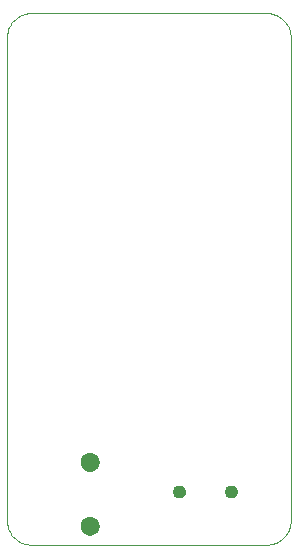
<source format=gbs>
G75*
G70*
%OFA0B0*%
%FSLAX24Y24*%
%IPPOS*%
%LPD*%
%AMOC8*
5,1,8,0,0,1.08239X$1,22.5*
%
%ADD10C,0.0000*%
%ADD11C,0.0631*%
%ADD12C,0.0434*%
D10*
X000944Y000912D02*
X008818Y000912D01*
X008818Y000913D02*
X008872Y000915D01*
X008925Y000920D01*
X008978Y000929D01*
X009030Y000942D01*
X009082Y000958D01*
X009132Y000978D01*
X009180Y001001D01*
X009227Y001028D01*
X009272Y001057D01*
X009315Y001090D01*
X009355Y001125D01*
X009393Y001163D01*
X009428Y001203D01*
X009461Y001246D01*
X009490Y001291D01*
X009517Y001338D01*
X009540Y001386D01*
X009560Y001436D01*
X009576Y001488D01*
X009589Y001540D01*
X009598Y001593D01*
X009603Y001646D01*
X009605Y001700D01*
X009605Y017842D01*
X009603Y017896D01*
X009598Y017949D01*
X009589Y018002D01*
X009576Y018054D01*
X009560Y018106D01*
X009540Y018156D01*
X009517Y018204D01*
X009490Y018251D01*
X009461Y018296D01*
X009428Y018339D01*
X009393Y018379D01*
X009355Y018417D01*
X009315Y018452D01*
X009272Y018485D01*
X009227Y018514D01*
X009180Y018541D01*
X009132Y018564D01*
X009082Y018584D01*
X009030Y018600D01*
X008978Y018613D01*
X008925Y018622D01*
X008872Y018627D01*
X008818Y018629D01*
X000944Y018629D01*
X000890Y018627D01*
X000837Y018622D01*
X000784Y018613D01*
X000732Y018600D01*
X000680Y018584D01*
X000630Y018564D01*
X000582Y018541D01*
X000535Y018514D01*
X000490Y018485D01*
X000447Y018452D01*
X000407Y018417D01*
X000369Y018379D01*
X000334Y018339D01*
X000301Y018296D01*
X000272Y018251D01*
X000245Y018204D01*
X000222Y018156D01*
X000202Y018106D01*
X000186Y018054D01*
X000173Y018002D01*
X000164Y017949D01*
X000159Y017896D01*
X000157Y017842D01*
X000156Y017842D02*
X000156Y001700D01*
X000157Y001700D02*
X000159Y001646D01*
X000164Y001593D01*
X000173Y001540D01*
X000186Y001488D01*
X000202Y001436D01*
X000222Y001386D01*
X000245Y001338D01*
X000272Y001291D01*
X000301Y001246D01*
X000334Y001203D01*
X000369Y001163D01*
X000407Y001125D01*
X000447Y001090D01*
X000490Y001057D01*
X000535Y001028D01*
X000582Y001001D01*
X000630Y000978D01*
X000680Y000958D01*
X000732Y000942D01*
X000784Y000929D01*
X000837Y000920D01*
X000890Y000915D01*
X000944Y000913D01*
X002617Y001542D02*
X002619Y001576D01*
X002625Y001610D01*
X002635Y001643D01*
X002648Y001674D01*
X002666Y001704D01*
X002686Y001732D01*
X002710Y001757D01*
X002736Y001779D01*
X002764Y001797D01*
X002795Y001813D01*
X002827Y001825D01*
X002861Y001833D01*
X002895Y001837D01*
X002929Y001837D01*
X002963Y001833D01*
X002997Y001825D01*
X003029Y001813D01*
X003059Y001797D01*
X003088Y001779D01*
X003114Y001757D01*
X003138Y001732D01*
X003158Y001704D01*
X003176Y001674D01*
X003189Y001643D01*
X003199Y001610D01*
X003205Y001576D01*
X003207Y001542D01*
X003205Y001508D01*
X003199Y001474D01*
X003189Y001441D01*
X003176Y001410D01*
X003158Y001380D01*
X003138Y001352D01*
X003114Y001327D01*
X003088Y001305D01*
X003060Y001287D01*
X003029Y001271D01*
X002997Y001259D01*
X002963Y001251D01*
X002929Y001247D01*
X002895Y001247D01*
X002861Y001251D01*
X002827Y001259D01*
X002795Y001271D01*
X002764Y001287D01*
X002736Y001305D01*
X002710Y001327D01*
X002686Y001352D01*
X002666Y001380D01*
X002648Y001410D01*
X002635Y001441D01*
X002625Y001474D01*
X002619Y001508D01*
X002617Y001542D01*
X002617Y003668D02*
X002619Y003702D01*
X002625Y003736D01*
X002635Y003769D01*
X002648Y003800D01*
X002666Y003830D01*
X002686Y003858D01*
X002710Y003883D01*
X002736Y003905D01*
X002764Y003923D01*
X002795Y003939D01*
X002827Y003951D01*
X002861Y003959D01*
X002895Y003963D01*
X002929Y003963D01*
X002963Y003959D01*
X002997Y003951D01*
X003029Y003939D01*
X003059Y003923D01*
X003088Y003905D01*
X003114Y003883D01*
X003138Y003858D01*
X003158Y003830D01*
X003176Y003800D01*
X003189Y003769D01*
X003199Y003736D01*
X003205Y003702D01*
X003207Y003668D01*
X003205Y003634D01*
X003199Y003600D01*
X003189Y003567D01*
X003176Y003536D01*
X003158Y003506D01*
X003138Y003478D01*
X003114Y003453D01*
X003088Y003431D01*
X003060Y003413D01*
X003029Y003397D01*
X002997Y003385D01*
X002963Y003377D01*
X002929Y003373D01*
X002895Y003373D01*
X002861Y003377D01*
X002827Y003385D01*
X002795Y003397D01*
X002764Y003413D01*
X002736Y003431D01*
X002710Y003453D01*
X002686Y003478D01*
X002666Y003506D01*
X002648Y003536D01*
X002635Y003567D01*
X002625Y003600D01*
X002619Y003634D01*
X002617Y003668D01*
X005688Y002684D02*
X005690Y002711D01*
X005696Y002738D01*
X005705Y002764D01*
X005718Y002788D01*
X005734Y002811D01*
X005753Y002830D01*
X005775Y002847D01*
X005799Y002861D01*
X005824Y002871D01*
X005851Y002878D01*
X005878Y002881D01*
X005906Y002880D01*
X005933Y002875D01*
X005959Y002867D01*
X005983Y002855D01*
X006006Y002839D01*
X006027Y002821D01*
X006044Y002800D01*
X006059Y002776D01*
X006070Y002751D01*
X006078Y002725D01*
X006082Y002698D01*
X006082Y002670D01*
X006078Y002643D01*
X006070Y002617D01*
X006059Y002592D01*
X006044Y002568D01*
X006027Y002547D01*
X006006Y002529D01*
X005984Y002513D01*
X005959Y002501D01*
X005933Y002493D01*
X005906Y002488D01*
X005878Y002487D01*
X005851Y002490D01*
X005824Y002497D01*
X005799Y002507D01*
X005775Y002521D01*
X005753Y002538D01*
X005734Y002557D01*
X005718Y002580D01*
X005705Y002604D01*
X005696Y002630D01*
X005690Y002657D01*
X005688Y002684D01*
X007420Y002684D02*
X007422Y002711D01*
X007428Y002738D01*
X007437Y002764D01*
X007450Y002788D01*
X007466Y002811D01*
X007485Y002830D01*
X007507Y002847D01*
X007531Y002861D01*
X007556Y002871D01*
X007583Y002878D01*
X007610Y002881D01*
X007638Y002880D01*
X007665Y002875D01*
X007691Y002867D01*
X007715Y002855D01*
X007738Y002839D01*
X007759Y002821D01*
X007776Y002800D01*
X007791Y002776D01*
X007802Y002751D01*
X007810Y002725D01*
X007814Y002698D01*
X007814Y002670D01*
X007810Y002643D01*
X007802Y002617D01*
X007791Y002592D01*
X007776Y002568D01*
X007759Y002547D01*
X007738Y002529D01*
X007716Y002513D01*
X007691Y002501D01*
X007665Y002493D01*
X007638Y002488D01*
X007610Y002487D01*
X007583Y002490D01*
X007556Y002497D01*
X007531Y002507D01*
X007507Y002521D01*
X007485Y002538D01*
X007466Y002557D01*
X007450Y002580D01*
X007437Y002604D01*
X007428Y002630D01*
X007422Y002657D01*
X007420Y002684D01*
D11*
X002912Y003668D03*
X002912Y001542D03*
D12*
X005885Y002684D03*
X007617Y002684D03*
M02*

</source>
